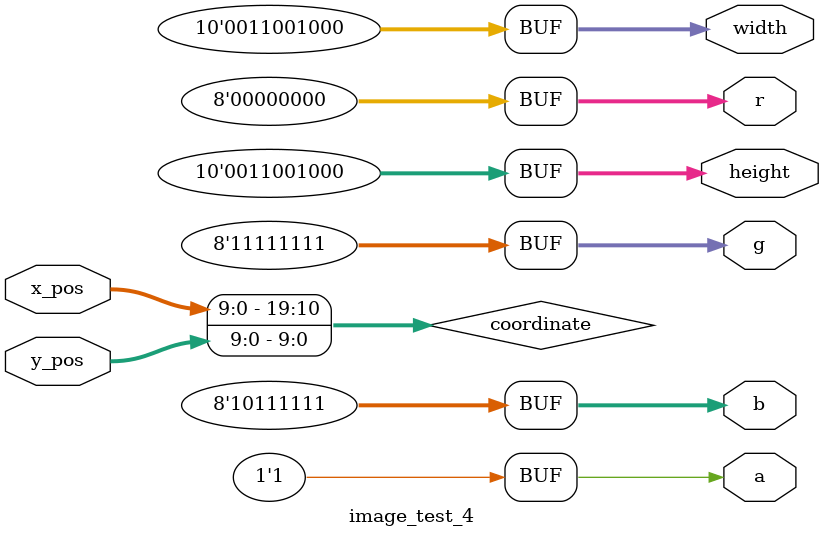
<source format=v>

/*
 * Source image: assets/test-4.png
 * Image size: 200 x 200
 * Color depth: 8 bits
 * Expected coordinate size: 10 bits
 *
 * Generated on November 20, 2019 at 8:57:17 PM
 */

/*
 * Inputs/Outputs
 *  - [INPUT]  x_pos: 10-bit X-coordinate
 *  - [INPUT]  y_pos: 10-bit Y-coordinate
 *  - [OUTPUT] r:     8-bit red channel value
 *  - [OUTPUT] g:     8-bit green channel value
 *  - [OUTPUT] b:     8-bit blue channel value
 *  - [OUTPUT] a:     1-bit alpha channel flag (1 if solid, 0 if transparent)
 */
module image_test_4(x_pos, y_pos, r, g, b, a, width, height);
	input [9:0] x_pos, y_pos;
	output reg [7:0] r;
	output reg [7:0] g;
	output reg [7:0] b;
	// Alpha channel is single-bit flag
	output reg a;
	output [9:0] width, height;

	// Coordinates are combined x-y coordinates
	wire [19:0] coordinate;
	assign coordinate = {x_pos, y_pos};

	// Width/height outputs for graphics logic
	assign width = 10'h0C8;
	assign height = 10'h0C8;

	always @ (*)
	begin

		// =====================================
		// RED COLOR CHANNEL - 1 TOTAL VALUE(S)
		// =====================================

		// Value 0x0 for entire image
		r = 8'h00;

		// =======================================
		// GREEN COLOR CHANNEL - 1 TOTAL VALUE(S)
		// =======================================

		// Value 0xFF for entire image
		g = 8'hFF;

		// =======================================
		//  BLUE COLOR CHANNEL - 1 TOTAL VALUE(S)
		// =======================================

		// Value 0xBF for entire image
		b = 8'hBF;

		// ==================
		//  ALPHA COLOR FLAG
		// ==================

		// Value 0x1 for entire image
		a = 1'h1;
	end
endmodule

</source>
